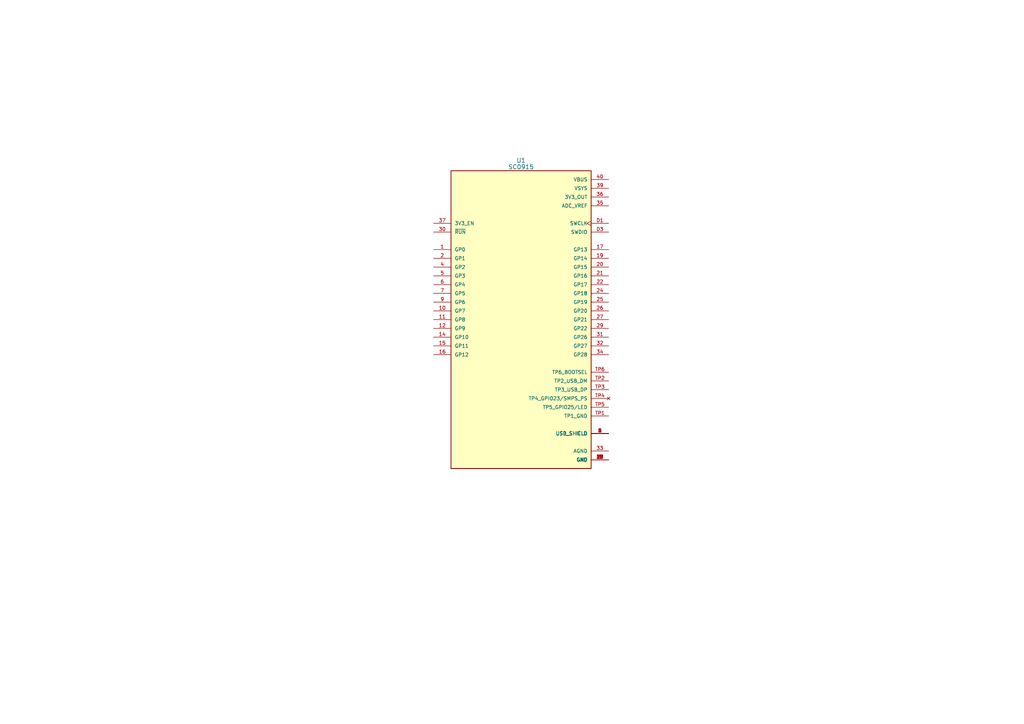
<source format=kicad_sch>
(kicad_sch (version 20230121) (generator eeschema)
  (paper "A4")
  (lib_symbols
    (symbol "pico:SC0915" (pin_names (offset 1.016))
      (property "Reference" "U" (at -20.32 44.069 0))
      (property "Value" "SC0915" (at -20.32 -45.72 0))
      (symbol "SC0915_0_0"
        (rectangle (start -20.32 -43.18) (end 20.32 43.18) (stroke (width 0.254)) (fill (type background)))
        (pin bidirectional line (at -25.4 20.32 0) (length 5.08) (name "GP0") (number "1"))
        (pin bidirectional line (at -25.4 2.54 0) (length 5.08) (name "GP7") (number "10"))
        (pin bidirectional line (at -25.4 0 0) (length 5.08) (name "GP8") (number "11"))
        (pin bidirectional line (at -25.4 -2.54 0) (length 5.08) (name "GP9") (number "12"))
        (pin power_in line (at 25.4 -40.64 180) (length 5.08) (name "GND") (number "13"))
        (pin bidirectional line (at -25.4 -5.08 0) (length 5.08) (name "GP10") (number "14"))
        (pin bidirectional line (at -25.4 -7.62 0) (length 5.08) (name "GP11") (number "15"))
        (pin bidirectional line (at -25.4 -10.16 0) (length 5.08) (name "GP12") (number "16"))
        (pin bidirectional line (at 25.4 20.32 180) (length 5.08) (name "GP13") (number "17"))
        (pin power_in line (at 25.4 -40.64 180) (length 5.08) (name "GND") (number "18"))
        (pin bidirectional line (at 25.4 17.78 180) (length 5.08) (name "GP14") (number "19"))
        (pin bidirectional line (at -25.4 17.78 0) (length 5.08) (name "GP1") (number "2"))
        (pin bidirectional line (at 25.4 15.24 180) (length 5.08) (name "GP15") (number "20"))
        (pin bidirectional line (at 25.4 12.7 180) (length 5.08) (name "GP16") (number "21"))
        (pin bidirectional line (at 25.4 10.16 180) (length 5.08) (name "GP17") (number "22"))
        (pin power_in line (at 25.4 -40.64 180) (length 5.08) (name "GND") (number "23"))
        (pin bidirectional line (at 25.4 7.62 180) (length 5.08) (name "GP18") (number "24"))
        (pin bidirectional line (at 25.4 5.08 180) (length 5.08) (name "GP19") (number "25"))
        (pin bidirectional line (at 25.4 2.54 180) (length 5.08) (name "GP20") (number "26"))
        (pin bidirectional line (at 25.4 0 180) (length 5.08) (name "GP21") (number "27"))
        (pin power_in line (at 25.4 -40.64 180) (length 5.08) (name "GND") (number "28"))
        (pin bidirectional line (at 25.4 -2.54 180) (length 5.08) (name "GP22") (number "29"))
        (pin power_in line (at 25.4 -40.64 180) (length 5.08) (name "GND") (number "3"))
        (pin input line (at -25.4 25.4 0) (length 5.08) (name "~{RUN}") (number "30"))
        (pin bidirectional line (at 25.4 -5.08 180) (length 5.08) (name "GP26") (number "31"))
        (pin bidirectional line (at 25.4 -7.62 180) (length 5.08) (name "GP27") (number "32"))
        (pin power_in line (at 25.4 -38.1 180) (length 5.08) (name "AGND") (number "33"))
        (pin bidirectional line (at 25.4 -10.16 180) (length 5.08) (name "GP28") (number "34"))
        (pin power_in line (at 25.4 33.02 180) (length 5.08) (name "ADC_VREF") (number "35"))
        (pin power_in line (at 25.4 35.56 180) (length 5.08) (name "3V3_OUT") (number "36"))
        (pin input line (at -25.4 27.94 0) (length 5.08) (name "3V3_EN") (number "37"))
        (pin power_in line (at 25.4 -40.64 180) (length 5.08) (name "GND") (number "38"))
        (pin power_in line (at 25.4 38.1 180) (length 5.08) (name "VSYS") (number "39"))
        (pin bidirectional line (at -25.4 15.24 0) (length 5.08) (name "GP2") (number "4"))
        (pin power_in line (at 25.4 40.64 180) (length 5.08) (name "VBUS") (number "40"))
        (pin bidirectional line (at -25.4 12.7 0) (length 5.08) (name "GP3") (number "5"))
        (pin bidirectional line (at -25.4 10.16 0) (length 5.08) (name "GP4") (number "6"))
        (pin bidirectional line (at -25.4 7.62 0) (length 5.08) (name "GP5") (number "7"))
        (pin power_in line (at 25.4 -40.64 180) (length 5.08) (name "GND") (number "8"))
        (pin bidirectional line (at -25.4 5.08 0) (length 5.08) (name "GP6") (number "9"))
        (pin power_in line (at 25.4 -33.02 180) (length 5.08) (name "USB_SHIELD") (number "A"))
        (pin power_in line (at 25.4 -33.02 180) (length 5.08) (name "USB_SHIELD") (number "B"))
        (pin power_in line (at 25.4 -33.02 180) (length 5.08) (name "USB_SHIELD") (number "C"))
        (pin power_in line (at 25.4 -33.02 180) (length 5.08) (name "USB_SHIELD") (number "D"))
        (pin input clock (at 25.4 27.94 180) (length 5.08) (name "SWCLK") (number "D1"))
        (pin power_in line (at 25.4 -40.64 180) (length 5.08) (name "GND") (number "D2"))
        (pin bidirectional line (at 25.4 25.4 180) (length 5.08) (name "SWDIO") (number "D3"))
        (pin power_in line (at 25.4 -27.94 180) (length 5.08) (name "TP1_GND") (number "TP1"))
        (pin bidirectional line (at 25.4 -17.78 180) (length 5.08) (name "TP2_USB_DM") (number "TP2"))
        (pin bidirectional line (at 25.4 -20.32 180) (length 5.08) (name "TP3_USB_DP") (number "TP3"))
        (pin no_connect line (at 25.4 -22.86 180) (length 5.08) (name "TP4_GPIO23/SMPS_PS") (number "TP4"))
        (pin output line (at 25.4 -25.4 180) (length 5.08) (name "TP5_GPIO25/LED") (number "TP5"))
        (pin input line (at 25.4 -15.24 180) (length 5.08) (name "TP6_BOOTSEL") (number "TP6"))
      )
    )
  )
  (symbol (lib_id "pico:SC0915") (at 151.13 92.71 0) (unit 1)
    (property "Reference" "U1" (at 151.13 46.5201 0))
    (property "Value" "SC0915" (at 151.13 48.4411 0))
    (property "Footprint" "MODULE_SC0915" (effects hide))
    (property "MANUFACTURER" "Pi Supply" (effects hide))
    (property "STANDARD" "Manufacturer Recommendations" (effects hide))
    (property "SNAPEDA_PN" "SC0915" (effects hide))
    (property "PARTREV" "1.9" (effects hide))
  )
)
</source>
